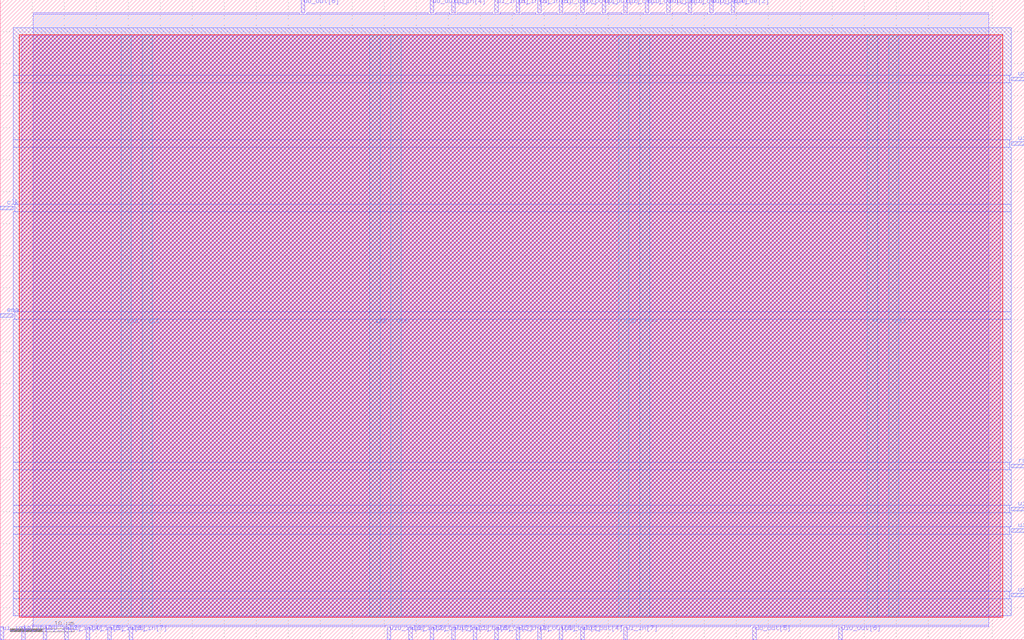
<source format=lef>
VERSION 5.7 ;
  NOWIREEXTENSIONATPIN ON ;
  DIVIDERCHAR "/" ;
  BUSBITCHARS "[]" ;
MACRO tt_um_felixfeierabend
  CLASS BLOCK ;
  FOREIGN tt_um_felixfeierabend ;
  ORIGIN 0.000 0.000 ;
  SIZE 160.000 BY 100.000 ;
  PIN VDD
    DIRECTION INOUT ;
    USE POWER ;
    PORT
      LAYER Metal4 ;
        RECT 18.880 3.620 20.480 94.380 ;
    END
    PORT
      LAYER Metal4 ;
        RECT 57.750 3.620 59.350 94.380 ;
    END
    PORT
      LAYER Metal4 ;
        RECT 96.620 3.620 98.220 94.380 ;
    END
    PORT
      LAYER Metal4 ;
        RECT 135.490 3.620 137.090 94.380 ;
    END
  END VDD
  PIN VSS
    DIRECTION INOUT ;
    USE GROUND ;
    PORT
      LAYER Metal4 ;
        RECT 22.180 3.620 23.780 94.380 ;
    END
    PORT
      LAYER Metal4 ;
        RECT 61.050 3.620 62.650 94.380 ;
    END
    PORT
      LAYER Metal4 ;
        RECT 99.920 3.620 101.520 94.380 ;
    END
    PORT
      LAYER Metal4 ;
        RECT 138.790 3.620 140.390 94.380 ;
    END
  END VSS
  PIN clk
    DIRECTION INPUT ;
    USE SIGNAL ;
    ANTENNAGATEAREA 4.738000 ;
    PORT
      LAYER Metal3 ;
        RECT 0.000 67.200 2.000 67.760 ;
    END
  END clk
  PIN ena
    DIRECTION INPUT ;
    USE SIGNAL ;
    ANTENNAGATEAREA 0.741000 ;
    PORT
      LAYER Metal3 ;
        RECT 0.000 50.400 2.000 50.960 ;
    END
  END ena
  PIN rst_n
    DIRECTION INPUT ;
    USE SIGNAL ;
    ANTENNAGATEAREA 0.726000 ;
    PORT
      LAYER Metal3 ;
        RECT 158.000 26.880 160.000 27.440 ;
    END
  END rst_n
  PIN ui_in[0]
    DIRECTION INPUT ;
    USE SIGNAL ;
    ANTENNAGATEAREA 0.741000 ;
    PORT
      LAYER Metal2 ;
        RECT 80.640 0.000 81.200 2.000 ;
    END
  END ui_in[0]
  PIN ui_in[1]
    DIRECTION INPUT ;
    USE SIGNAL ;
    PORT
      LAYER Metal2 ;
        RECT 0.000 0.000 0.560 2.000 ;
    END
  END ui_in[1]
  PIN ui_in[2]
    DIRECTION INPUT ;
    USE SIGNAL ;
    PORT
      LAYER Metal2 ;
        RECT 3.360 0.000 3.920 2.000 ;
    END
  END ui_in[2]
  PIN ui_in[3]
    DIRECTION INPUT ;
    USE SIGNAL ;
    ANTENNAGATEAREA 0.741000 ;
    PORT
      LAYER Metal2 ;
        RECT 80.640 98.000 81.200 100.000 ;
    END
  END ui_in[3]
  PIN ui_in[4]
    DIRECTION INPUT ;
    USE SIGNAL ;
    ANTENNAGATEAREA 0.741000 ;
    PORT
      LAYER Metal2 ;
        RECT 70.560 98.000 71.120 100.000 ;
    END
  END ui_in[4]
  PIN ui_in[5]
    DIRECTION INPUT ;
    USE SIGNAL ;
    ANTENNAGATEAREA 0.741000 ;
    PORT
      LAYER Metal2 ;
        RECT 77.280 98.000 77.840 100.000 ;
    END
  END ui_in[5]
  PIN ui_in[6]
    DIRECTION INPUT ;
    USE SIGNAL ;
    ANTENNAGATEAREA 0.741000 ;
    PORT
      LAYER Metal2 ;
        RECT 84.000 98.000 84.560 100.000 ;
    END
  END ui_in[6]
  PIN ui_in[7]
    DIRECTION INPUT ;
    USE SIGNAL ;
    ANTENNAGATEAREA 0.741000 ;
    PORT
      LAYER Metal2 ;
        RECT 97.440 0.000 98.000 2.000 ;
    END
  END ui_in[7]
  PIN uio_in[0]
    DIRECTION INPUT ;
    USE SIGNAL ;
    ANTENNAGATEAREA 0.741000 ;
    PORT
      LAYER Metal2 ;
        RECT 60.480 0.000 61.040 2.000 ;
    END
  END uio_in[0]
  PIN uio_in[1]
    DIRECTION INPUT ;
    USE SIGNAL ;
    ANTENNAGATEAREA 0.726000 ;
    PORT
      LAYER Metal2 ;
        RECT 70.560 0.000 71.120 2.000 ;
    END
  END uio_in[1]
  PIN uio_in[2]
    DIRECTION INPUT ;
    USE SIGNAL ;
    ANTENNAGATEAREA 0.741000 ;
    PORT
      LAYER Metal2 ;
        RECT 63.840 0.000 64.400 2.000 ;
    END
  END uio_in[2]
  PIN uio_in[3]
    DIRECTION INPUT ;
    USE SIGNAL ;
    PORT
      LAYER Metal2 ;
        RECT 6.720 0.000 7.280 2.000 ;
    END
  END uio_in[3]
  PIN uio_in[4]
    DIRECTION INPUT ;
    USE SIGNAL ;
    PORT
      LAYER Metal2 ;
        RECT 10.080 0.000 10.640 2.000 ;
    END
  END uio_in[4]
  PIN uio_in[5]
    DIRECTION INPUT ;
    USE SIGNAL ;
    PORT
      LAYER Metal2 ;
        RECT 13.440 0.000 14.000 2.000 ;
    END
  END uio_in[5]
  PIN uio_in[6]
    DIRECTION INPUT ;
    USE SIGNAL ;
    PORT
      LAYER Metal2 ;
        RECT 16.800 0.000 17.360 2.000 ;
    END
  END uio_in[6]
  PIN uio_in[7]
    DIRECTION INPUT ;
    USE SIGNAL ;
    PORT
      LAYER Metal2 ;
        RECT 20.160 0.000 20.720 2.000 ;
    END
  END uio_in[7]
  PIN uio_oe[0]
    DIRECTION OUTPUT ;
    USE SIGNAL ;
    ANTENNADIFFAREA 0.536800 ;
    PORT
      LAYER Metal2 ;
        RECT 87.360 98.000 87.920 100.000 ;
    END
  END uio_oe[0]
  PIN uio_oe[1]
    DIRECTION OUTPUT ;
    USE SIGNAL ;
    ANTENNADIFFAREA 0.536800 ;
    PORT
      LAYER Metal2 ;
        RECT 97.440 98.000 98.000 100.000 ;
    END
  END uio_oe[1]
  PIN uio_oe[2]
    DIRECTION OUTPUT ;
    USE SIGNAL ;
    ANTENNADIFFAREA 0.536800 ;
    PORT
      LAYER Metal2 ;
        RECT 114.240 98.000 114.800 100.000 ;
    END
  END uio_oe[2]
  PIN uio_oe[3]
    DIRECTION OUTPUT ;
    USE SIGNAL ;
    ANTENNADIFFAREA 0.360800 ;
    PORT
      LAYER Metal2 ;
        RECT 77.280 0.000 77.840 2.000 ;
    END
  END uio_oe[3]
  PIN uio_oe[4]
    DIRECTION OUTPUT ;
    USE SIGNAL ;
    ANTENNADIFFAREA 0.360800 ;
    PORT
      LAYER Metal2 ;
        RECT 110.880 98.000 111.440 100.000 ;
    END
  END uio_oe[4]
  PIN uio_oe[5]
    DIRECTION OUTPUT ;
    USE SIGNAL ;
    ANTENNADIFFAREA 0.360800 ;
    PORT
      LAYER Metal3 ;
        RECT 158.000 20.160 160.000 20.720 ;
    END
  END uio_oe[5]
  PIN uio_oe[6]
    DIRECTION OUTPUT ;
    USE SIGNAL ;
    ANTENNADIFFAREA 0.360800 ;
    PORT
      LAYER Metal2 ;
        RECT 73.920 0.000 74.480 2.000 ;
    END
  END uio_oe[6]
  PIN uio_oe[7]
    DIRECTION OUTPUT ;
    USE SIGNAL ;
    ANTENNADIFFAREA 0.360800 ;
    PORT
      LAYER Metal2 ;
        RECT 104.160 98.000 104.720 100.000 ;
    END
  END uio_oe[7]
  PIN uio_out[0]
    DIRECTION OUTPUT ;
    USE SIGNAL ;
    ANTENNADIFFAREA 0.360800 ;
    PORT
      LAYER Metal2 ;
        RECT 107.520 98.000 108.080 100.000 ;
    END
  END uio_out[0]
  PIN uio_out[1]
    DIRECTION OUTPUT ;
    USE SIGNAL ;
    ANTENNADIFFAREA 0.360800 ;
    PORT
      LAYER Metal2 ;
        RECT 87.360 0.000 87.920 2.000 ;
    END
  END uio_out[1]
  PIN uio_out[2]
    DIRECTION OUTPUT ;
    USE SIGNAL ;
    ANTENNADIFFAREA 0.360800 ;
    PORT
      LAYER Metal2 ;
        RECT 100.800 98.000 101.360 100.000 ;
    END
  END uio_out[2]
  PIN uio_out[3]
    DIRECTION OUTPUT ;
    USE SIGNAL ;
    ANTENNADIFFAREA 0.360800 ;
    PORT
      LAYER Metal2 ;
        RECT 67.200 0.000 67.760 2.000 ;
    END
  END uio_out[3]
  PIN uio_out[4]
    DIRECTION OUTPUT ;
    USE SIGNAL ;
    ANTENNADIFFAREA 0.360800 ;
    PORT
      LAYER Metal2 ;
        RECT 90.720 0.000 91.280 2.000 ;
    END
  END uio_out[4]
  PIN uio_out[5]
    DIRECTION OUTPUT ;
    USE SIGNAL ;
    ANTENNADIFFAREA 0.360800 ;
    PORT
      LAYER Metal3 ;
        RECT 158.000 77.280 160.000 77.840 ;
    END
  END uio_out[5]
  PIN uio_out[6]
    DIRECTION OUTPUT ;
    USE SIGNAL ;
    ANTENNADIFFAREA 0.360800 ;
    PORT
      LAYER Metal2 ;
        RECT 131.040 0.000 131.600 2.000 ;
    END
  END uio_out[6]
  PIN uio_out[7]
    DIRECTION OUTPUT ;
    USE SIGNAL ;
    ANTENNADIFFAREA 0.360800 ;
    PORT
      LAYER Metal3 ;
        RECT 158.000 16.800 160.000 17.360 ;
    END
  END uio_out[7]
  PIN uo_out[0]
    DIRECTION OUTPUT ;
    USE SIGNAL ;
    ANTENNADIFFAREA 1.986000 ;
    PORT
      LAYER Metal2 ;
        RECT 84.000 0.000 84.560 2.000 ;
    END
  END uo_out[0]
  PIN uo_out[1]
    DIRECTION OUTPUT ;
    USE SIGNAL ;
    ANTENNADIFFAREA 0.360800 ;
    PORT
      LAYER Metal2 ;
        RECT 90.720 98.000 91.280 100.000 ;
    END
  END uo_out[1]
  PIN uo_out[2]
    DIRECTION OUTPUT ;
    USE SIGNAL ;
    ANTENNADIFFAREA 0.360800 ;
    PORT
      LAYER Metal3 ;
        RECT 158.000 6.720 160.000 7.280 ;
    END
  END uo_out[2]
  PIN uo_out[3]
    DIRECTION OUTPUT ;
    USE SIGNAL ;
    ANTENNADIFFAREA 0.360800 ;
    PORT
      LAYER Metal2 ;
        RECT 67.200 98.000 67.760 100.000 ;
    END
  END uo_out[3]
  PIN uo_out[4]
    DIRECTION OUTPUT ;
    USE SIGNAL ;
    ANTENNADIFFAREA 0.360800 ;
    PORT
      LAYER Metal3 ;
        RECT 158.000 87.360 160.000 87.920 ;
    END
  END uo_out[4]
  PIN uo_out[5]
    DIRECTION OUTPUT ;
    USE SIGNAL ;
    ANTENNADIFFAREA 0.360800 ;
    PORT
      LAYER Metal2 ;
        RECT 117.600 0.000 118.160 2.000 ;
    END
  END uo_out[5]
  PIN uo_out[6]
    DIRECTION OUTPUT ;
    USE SIGNAL ;
    ANTENNADIFFAREA 0.360800 ;
    PORT
      LAYER Metal2 ;
        RECT 47.040 98.000 47.600 100.000 ;
    END
  END uo_out[6]
  PIN uo_out[7]
    DIRECTION OUTPUT ;
    USE SIGNAL ;
    ANTENNADIFFAREA 0.360800 ;
    PORT
      LAYER Metal2 ;
        RECT 94.080 98.000 94.640 100.000 ;
    END
  END uo_out[7]
  OBS
      LAYER Nwell ;
        RECT 2.930 3.490 156.670 94.510 ;
      LAYER Metal1 ;
        RECT 3.360 3.620 156.240 94.380 ;
      LAYER Metal2 ;
        RECT 5.180 97.700 46.740 98.000 ;
        RECT 47.900 97.700 66.900 98.000 ;
        RECT 68.060 97.700 70.260 98.000 ;
        RECT 71.420 97.700 76.980 98.000 ;
        RECT 78.140 97.700 80.340 98.000 ;
        RECT 81.500 97.700 83.700 98.000 ;
        RECT 84.860 97.700 87.060 98.000 ;
        RECT 88.220 97.700 90.420 98.000 ;
        RECT 91.580 97.700 93.780 98.000 ;
        RECT 94.940 97.700 97.140 98.000 ;
        RECT 98.300 97.700 100.500 98.000 ;
        RECT 101.660 97.700 103.860 98.000 ;
        RECT 105.020 97.700 107.220 98.000 ;
        RECT 108.380 97.700 110.580 98.000 ;
        RECT 111.740 97.700 113.940 98.000 ;
        RECT 115.100 97.700 154.420 98.000 ;
        RECT 5.180 2.300 154.420 97.700 ;
        RECT 5.180 2.000 6.420 2.300 ;
        RECT 7.580 2.000 9.780 2.300 ;
        RECT 10.940 2.000 13.140 2.300 ;
        RECT 14.300 2.000 16.500 2.300 ;
        RECT 17.660 2.000 19.860 2.300 ;
        RECT 21.020 2.000 60.180 2.300 ;
        RECT 61.340 2.000 63.540 2.300 ;
        RECT 64.700 2.000 66.900 2.300 ;
        RECT 68.060 2.000 70.260 2.300 ;
        RECT 71.420 2.000 73.620 2.300 ;
        RECT 74.780 2.000 76.980 2.300 ;
        RECT 78.140 2.000 80.340 2.300 ;
        RECT 81.500 2.000 83.700 2.300 ;
        RECT 84.860 2.000 87.060 2.300 ;
        RECT 88.220 2.000 90.420 2.300 ;
        RECT 91.580 2.000 97.140 2.300 ;
        RECT 98.300 2.000 117.300 2.300 ;
        RECT 118.460 2.000 130.740 2.300 ;
        RECT 131.900 2.000 154.420 2.300 ;
      LAYER Metal3 ;
        RECT 2.000 88.220 158.000 95.620 ;
        RECT 2.000 87.060 157.700 88.220 ;
        RECT 2.000 78.140 158.000 87.060 ;
        RECT 2.000 76.980 157.700 78.140 ;
        RECT 2.000 68.060 158.000 76.980 ;
        RECT 2.300 66.900 158.000 68.060 ;
        RECT 2.000 51.260 158.000 66.900 ;
        RECT 2.300 50.100 158.000 51.260 ;
        RECT 2.000 27.740 158.000 50.100 ;
        RECT 2.000 26.580 157.700 27.740 ;
        RECT 2.000 21.020 158.000 26.580 ;
        RECT 2.000 19.860 157.700 21.020 ;
        RECT 2.000 17.660 158.000 19.860 ;
        RECT 2.000 16.500 157.700 17.660 ;
        RECT 2.000 7.580 158.000 16.500 ;
        RECT 2.000 6.420 157.700 7.580 ;
        RECT 2.000 3.780 158.000 6.420 ;
  END
END tt_um_felixfeierabend
END LIBRARY


</source>
